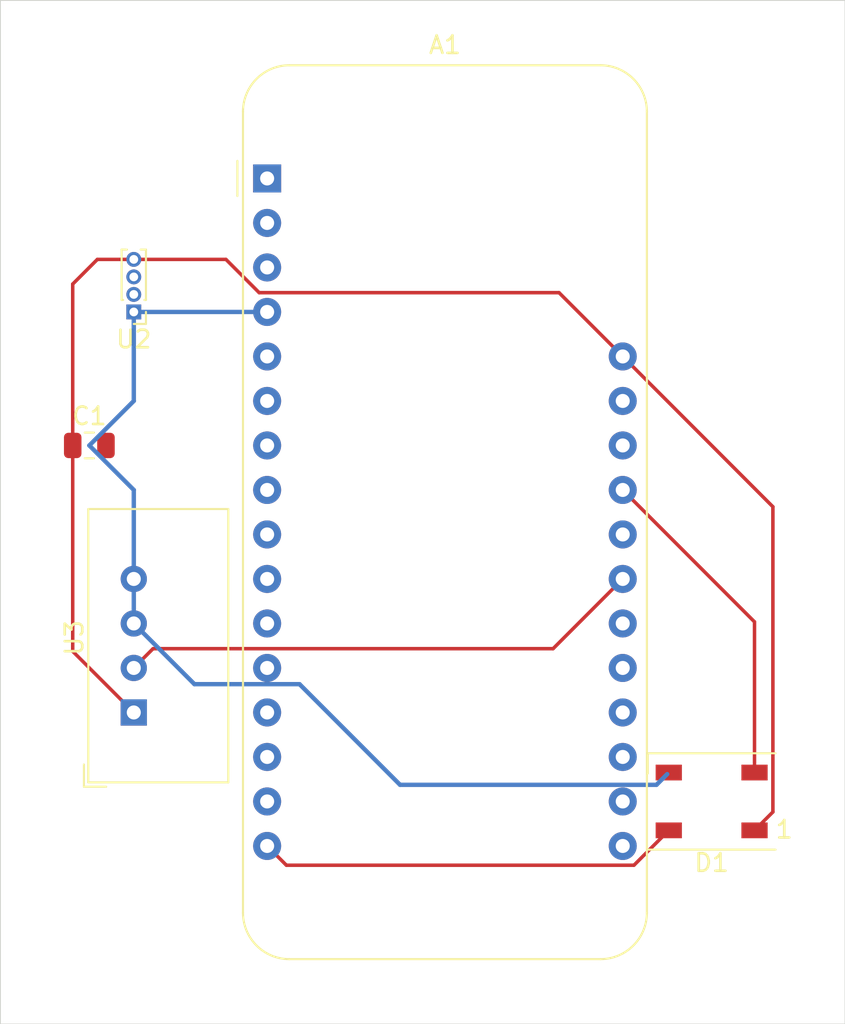
<source format=kicad_pcb>
(kicad_pcb (version 20221018) (generator pcbnew)
  (layers (0 "F.Cu" signal) (31 "B.Cu" signal) (34 "B.Paste" user) (35 "F.Paste" user) (36 "B.SilkS" user "B.Silkscreen") (37 "F.SilkS" user "F.Silkscreen") (38 "B.Mask" user) (39 "F.Mask" user) (44 "Edge.Cuts" user))
  (net 0 "")
  (net 4 "/GND")
  (net 12 "/DOUT")
  (net 16 "/DIN")
  (net 23 "/Tin")
  (net 27 "/VDD")
  (footprint "Connector_PinHeader_1.00mm:PinHeader_1x04_P1.00mm_Vertical" (layer "F.Cu") (at 144.78 66.04 180)
    (fp_text reference "U2" (at 0 -1.56) (layer "F.SilkS"))
    (fp_text value "~")
    (fp_line (start -0.695 -0.685) (end 0 -0.685) (stroke (width 0.12)) (layer "F.SilkS"))
    (fp_line (start -0.695 0) (end -0.695 -0.685) (stroke (width 0.12)) (layer "F.SilkS"))
    (fp_line (start -0.695 0.685) (end -0.695 3.56) (stroke (width 0.12)) (layer "F.SilkS"))
    (fp_line (start -0.695 0.685) (end -0.608276 0.685) (stroke (width 0.12)) (layer "F.SilkS"))
    (fp_line (start -0.695 3.56) (end -0.394493 3.56) (stroke (width 0.12)) (layer "F.SilkS"))
    (fp_line (start 0.394493 3.56) (end 0.695 3.56) (stroke (width 0.12)) (layer "F.SilkS"))
    (fp_line (start 0.608276 0.685) (end 0.695 0.685) (stroke (width 0.12)) (layer "F.SilkS"))
    (fp_line (start 0.695 0.685) (end 0.695 3.56) (stroke (width 0.12)) (layer "F.SilkS"))
    (pad "1" thru_hole rect (at 0 0 180) (size 0.85 0.85) (drill 0.5) (layers "*.Cu" "*.Mask") (net 4 "/GND"))
    (pad "2" thru_hole oval (at 0 1 180) (size 0.85 0.85) (drill 0.5) (layers "*.Cu" "*.Mask"))
    (pad "3" thru_hole oval (at 0 2 180) (size 0.85 0.85) (drill 0.5) (layers "*.Cu" "*.Mask"))
    (pad "4" thru_hole oval (at 0 3 180) (size 0.85 0.85) (drill 0.5) (layers "*.Cu" "*.Mask") (net 27 "/VDD"))
  )
  (footprint "Capacitor_SMD:C_0805_2012Metric" (layer "F.Cu") (at 142.24 73.66)
    (fp_text reference "C1" (at 0 -1.68) (layer "F.SilkS"))
    (fp_text value "C")
    (fp_line (start -0.261252 -0.735) (end 0.261252 -0.735) (stroke (width 0.12)) (layer "F.SilkS"))
    (fp_line (start -0.261252 0.735) (end 0.261252 0.735) (stroke (width 0.12)) (layer "F.SilkS"))
    (pad "1" smd roundrect (at -0.95 0) (size 1 1.45) (layers "F.Cu" "F.Paste" "F.Mask") (net 27 "/VDD"))
    (pad "2" smd roundrect (at 0.95 0) (size 1 1.45) (layers "F.Cu" "F.Paste" "F.Mask") (net 4 "/GND"))
  )
  (footprint "Module:Adafruit_Feather" (layer "F.Cu") (at 152.4 58.42)
    (fp_text reference "A1" (at 10.16 -7.62) (layer "F.SilkS"))
    (fp_text value "Adafruit_Feather_HUZZAH32_ESP32")
    (fp_line (start -1.7 1) (end -1.7 -1) (stroke (width 0.12)) (layer "F.SilkS"))
    (fp_line (start -1.38 -3.81) (end -1.38 41.91) (stroke (width 0.12)) (layer "F.SilkS"))
    (fp_line (start 19.05 -6.46) (end 1.27 -6.46) (stroke (width 0.12)) (layer "F.SilkS"))
    (fp_line (start 19.05 44.56) (end 1.27 44.56) (stroke (width 0.12)) (layer "F.SilkS"))
    (fp_line (start 21.7 -3.81) (end 21.7 41.91) (stroke (width 0.12)) (layer "F.SilkS"))
    (fp_arc (start -1.38 -3.81) (mid -0.603833 -5.683833) (end 1.27 -6.46) (stroke (width 0.12)) (layer "F.SilkS"))
    (fp_arc (start 1.27 44.56) (mid -0.603833 43.783833) (end -1.38 41.91) (stroke (width 0.12)) (layer "F.SilkS"))
    (fp_arc (start 19.05 -6.46) (mid 20.923833 -5.683833) (end 21.7 -3.81) (stroke (width 0.12)) (layer "F.SilkS"))
    (fp_arc (start 21.7 41.91) (mid 20.923833 43.783833) (end 19.05 44.56) (stroke (width 0.12)) (layer "F.SilkS"))
    (pad "1" thru_hole rect (at 0 0 180) (size 1.6 1.6) (drill 0.8) (layers "*.Cu" "*.Mask"))
    (pad "2" thru_hole circle (at 0 2.54 180) (size 1.6 1.6) (drill 0.8) (layers "*.Cu" "*.Mask"))
    (pad "3" thru_hole circle (at 0 5.08 180) (size 1.6 1.6) (drill 0.8) (layers "*.Cu" "*.Mask"))
    (pad "4" thru_hole circle (at 0 7.62 180) (size 1.6 1.6) (drill 0.8) (layers "*.Cu" "*.Mask") (net 4 "/GND"))
    (pad "5" thru_hole circle (at 0 10.16 180) (size 1.6 1.6) (drill 0.8) (layers "*.Cu" "*.Mask"))
    (pad "6" thru_hole circle (at 0 12.7 180) (size 1.6 1.6) (drill 0.8) (layers "*.Cu" "*.Mask"))
    (pad "7" thru_hole circle (at 0 15.24 180) (size 1.6 1.6) (drill 0.8) (layers "*.Cu" "*.Mask"))
    (pad "8" thru_hole circle (at 0 17.78 180) (size 1.6 1.6) (drill 0.8) (layers "*.Cu" "*.Mask"))
    (pad "9" thru_hole circle (at 0 20.32 180) (size 1.6 1.6) (drill 0.8) (layers "*.Cu" "*.Mask"))
    (pad "10" thru_hole circle (at 0 22.86 180) (size 1.6 1.6) (drill 0.8) (layers "*.Cu" "*.Mask"))
    (pad "11" thru_hole circle (at 0 25.4 180) (size 1.6 1.6) (drill 0.8) (layers "*.Cu" "*.Mask"))
    (pad "12" thru_hole circle (at 0 27.94 180) (size 1.6 1.6) (drill 0.8) (layers "*.Cu" "*.Mask"))
    (pad "13" thru_hole circle (at 0 30.48 180) (size 1.6 1.6) (drill 0.8) (layers "*.Cu" "*.Mask"))
    (pad "14" thru_hole circle (at 0 33.02 180) (size 1.6 1.6) (drill 0.8) (layers "*.Cu" "*.Mask"))
    (pad "15" thru_hole circle (at 0 35.56 180) (size 1.6 1.6) (drill 0.8) (layers "*.Cu" "*.Mask"))
    (pad "16" thru_hole circle (at 0 38.1 180) (size 1.6 1.6) (drill 0.8) (layers "*.Cu" "*.Mask") (net 16 "/DIN"))
    (pad "17" thru_hole circle (at 20.32 38.1 180) (size 1.6 1.6) (drill 0.8) (layers "*.Cu" "*.Mask"))
    (pad "18" thru_hole circle (at 20.32 35.56 180) (size 1.6 1.6) (drill 0.8) (layers "*.Cu" "*.Mask"))
    (pad "19" thru_hole circle (at 20.32 33.02 180) (size 1.6 1.6) (drill 0.8) (layers "*.Cu" "*.Mask"))
    (pad "20" thru_hole circle (at 20.32 30.48 180) (size 1.6 1.6) (drill 0.8) (layers "*.Cu" "*.Mask"))
    (pad "21" thru_hole circle (at 20.32 27.94 180) (size 1.6 1.6) (drill 0.8) (layers "*.Cu" "*.Mask"))
    (pad "22" thru_hole circle (at 20.32 25.4 180) (size 1.6 1.6) (drill 0.8) (layers "*.Cu" "*.Mask"))
    (pad "23" thru_hole circle (at 20.32 22.86 180) (size 1.6 1.6) (drill 0.8) (layers "*.Cu" "*.Mask") (net 23 "/Tin"))
    (pad "24" thru_hole circle (at 20.32 20.32 180) (size 1.6 1.6) (drill 0.8) (layers "*.Cu" "*.Mask"))
    (pad "25" thru_hole circle (at 20.32 17.78 180) (size 1.6 1.6) (drill 0.8) (layers "*.Cu" "*.Mask") (net 12 "/DOUT"))
    (pad "26" thru_hole circle (at 20.32 15.24 180) (size 1.6 1.6) (drill 0.8) (layers "*.Cu" "*.Mask"))
    (pad "27" thru_hole circle (at 20.32 12.7 180) (size 1.6 1.6) (drill 0.8) (layers "*.Cu" "*.Mask"))
    (pad "28" thru_hole circle (at 20.32 10.16 180) (size 1.6 1.6) (drill 0.8) (layers "*.Cu" "*.Mask") (net 27 "/VDD"))
  )
  (footprint "Sensor:ASAIR_AM2302_P2.54mm_Vertical" (layer "F.Cu") (at 144.78 88.9 90)
    (fp_text reference "U3" (at 4.26 -3.4 90) (layer "F.SilkS"))
    (fp_text value "AM2302")
    (fp_line (start -4.24 -2.85) (end -2.97 -2.85) (stroke (width 0.12)) (layer "F.SilkS"))
    (fp_line (start -4.24 -1.58) (end -4.24 -2.85) (stroke (width 0.12)) (layer "F.SilkS"))
    (fp_line (start -3.99 -2.6) (end 11.61 -2.6) (stroke (width 0.12)) (layer "F.SilkS"))
    (fp_line (start -3.99 5.4) (end -3.99 -2.6) (stroke (width 0.12)) (layer "F.SilkS"))
    (fp_line (start 11.61 -2.6) (end 11.61 5.4) (stroke (width 0.12)) (layer "F.SilkS"))
    (fp_line (start 11.61 5.4) (end -3.99 5.4) (stroke (width 0.12)) (layer "F.SilkS"))
    (pad "1" thru_hole rect (at 0 0 180) (size 1.5 1.5) (drill 0.8) (layers "*.Cu" "*.Mask") (net 27 "/VDD"))
    (pad "2" thru_hole circle (at 2.54 0 180) (size 1.5 1.5) (drill 0.8) (layers "*.Cu" "*.Mask") (net 23 "/Tin"))
    (pad "3" thru_hole circle (at 5.08 0 180) (size 1.5 1.5) (drill 0.8) (layers "*.Cu" "*.Mask") (net 4 "/GND"))
    (pad "4" thru_hole circle (at 7.62 0 180) (size 1.5 1.5) (drill 0.8) (layers "*.Cu" "*.Mask") (net 4 "/GND"))
  )
  (footprint "LED_SMD:LED_WS2812B_PLCC4_5.0x5.0mm_P3.2mm" (layer "F.Cu") (at 177.8 93.98 180)
    (fp_text reference "D1" (at 0 -3.5) (layer "F.SilkS"))
    (fp_text value "WS2812B")
    (fp_text user "1" (at -4.15 -1.6) (layer "F.SilkS"))
    (fp_line (start -3.65 -2.75) (end 3.65 -2.75) (stroke (width 0.12)) (layer "F.SilkS"))
    (fp_line (start -3.65 2.75) (end 3.65 2.75) (stroke (width 0.12)) (layer "F.SilkS"))
    (fp_line (start 3.65 2.75) (end 3.65 1.6) (stroke (width 0.12)) (layer "F.SilkS"))
    (pad "1" smd rect (at -2.45 -1.65 180) (size 1.5 0.9) (layers "F.Cu" "F.Paste" "F.Mask") (net 27 "/VDD"))
    (pad "2" smd rect (at -2.45 1.65 180) (size 1.5 0.9) (layers "F.Cu" "F.Paste" "F.Mask") (net 12 "/DOUT"))
    (pad "3" smd rect (at 2.45 1.65 180) (size 1.5 0.9) (layers "F.Cu" "F.Paste" "F.Mask") (net 4 "/GND"))
    (pad "4" smd rect (at 2.45 -1.65 180) (size 1.5 0.9) (layers "F.Cu" "F.Paste" "F.Mask") (net 16 "/DIN"))
  )
  (gr_rect (start 137.16 48.26) (end 185.42 106.68) (stroke (width 0.05)) (fill none) (layer "Edge.Cuts"))
  (segment (start 159.995 93.03) (end 154.25 87.285) (width 0.25) (layer "B.Cu") (net 4))
  (segment (start 144.78 66.04) (end 152.4 66.04) (width 0.25) (layer "B.Cu") (net 4))
  (segment (start 142.24 73.66) (end 144.78 71.12) (width 0.25) (layer "B.Cu") (net 4))
  (segment (start 144.78 81.28) (end 144.78 76.2) (width 0.25) (layer "B.Cu") (net 4))
  (segment (start 154.25 87.285) (end 148.245 87.285) (width 0.25) (layer "B.Cu") (net 4))
  (segment (start 144.78 83.82) (end 144.78 81.28) (width 0.25) (layer "B.Cu") (net 4))
  (segment (start 174.65 93.03) (end 159.995 93.03) (width 0.25) (layer "B.Cu") (net 4))
  (segment (start 148.245 87.285) (end 144.78 83.82) (width 0.25) (layer "B.Cu") (net 4))
  (segment (start 174.65 93.03) (end 175.26 92.42) (width 0.25) (layer "B.Cu") (net 4))
  (segment (start 144.78 71.12) (end 144.78 66.04) (width 0.25) (layer "B.Cu") (net 4))
  (segment (start 144.78 76.2) (end 142.24 73.66) (width 0.25) (layer "B.Cu") (net 4))
  (segment (start 180.25 83.73) (end 172.72 76.2) (width 0.2) (layer "F.Cu") (net 12))
  (segment (start 180.25 92.33) (end 180.25 83.73) (width 0.2) (layer "F.Cu") (net 12))
  (segment (start 175.35 95.63) (end 173.36 97.62) (width 0.2) (layer "F.Cu") (net 16))
  (segment (start 153.5 97.62) (end 152.4 96.52) (width 0.2) (layer "F.Cu") (net 16))
  (segment (start 173.36 97.62) (end 153.5 97.62) (width 0.2) (layer "F.Cu") (net 16))
  (segment (start 145.88 85.26) (end 168.74 85.26) (width 0.2) (layer "F.Cu") (net 23))
  (segment (start 144.78 86.36) (end 145.88 85.26) (width 0.2) (layer "F.Cu") (net 23))
  (segment (start 168.74 85.26) (end 172.72 81.28) (width 0.2) (layer "F.Cu") (net 23))
  (segment (start 142.7 63.04) (end 144.78 63.04) (width 0.2) (layer "F.Cu") (net 27))
  (segment (start 172.72 68.58) (end 181.3 77.16) (width 0.2) (layer "F.Cu") (net 27))
  (segment (start 181.3 77.16) (end 181.3 94.58) (width 0.2) (layer "F.Cu") (net 27))
  (segment (start 141.29 85.41) (end 141.29 73.66) (width 0.2) (layer "F.Cu") (net 27))
  (segment (start 144.78 88.9) (end 141.29 85.41) (width 0.2) (layer "F.Cu") (net 27))
  (segment (start 151.944365 64.94) (end 169.08 64.94) (width 0.2) (layer "F.Cu") (net 27))
  (segment (start 169.08 64.94) (end 172.72 68.58) (width 0.2) (layer "F.Cu") (net 27))
  (segment (start 181.3 94.58) (end 180.25 95.63) (width 0.2) (layer "F.Cu") (net 27))
  (segment (start 150.044365 63.04) (end 151.944365 64.94) (width 0.2) (layer "F.Cu") (net 27))
  (segment (start 141.29 73.66) (end 141.29 64.45) (width 0.2) (layer "F.Cu") (net 27))
  (segment (start 141.29 64.45) (end 142.7 63.04) (width 0.2) (layer "F.Cu") (net 27))
  (segment (start 144.78 63.04) (end 150.044365 63.04) (width 0.2) (layer "F.Cu") (net 27))
)
</source>
